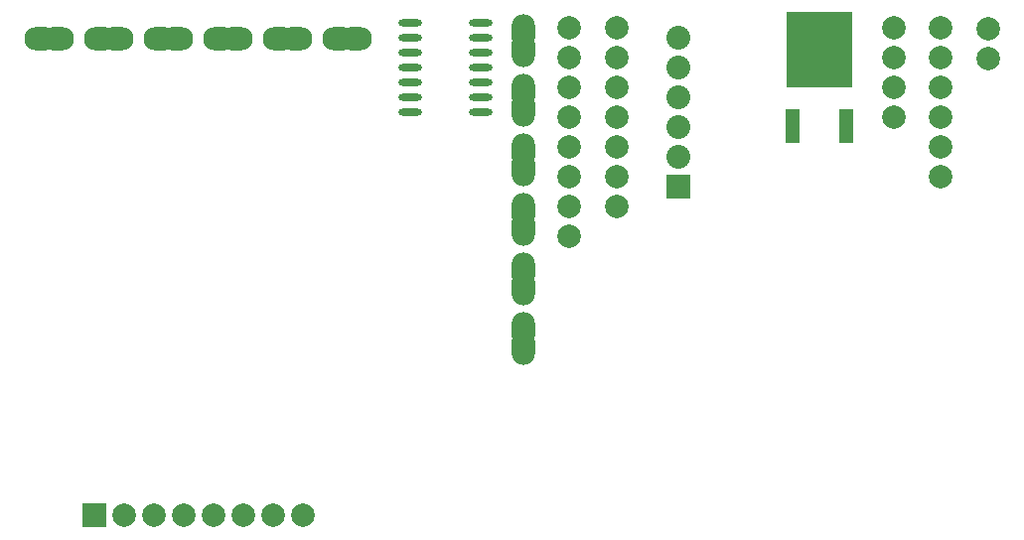
<source format=gtl>
G04*
G04 #@! TF.GenerationSoftware,Altium Limited,Altium Designer,22.5.1 (42)*
G04*
G04 Layer_Physical_Order=1*
G04 Layer_Color=255*
%FSLAX44Y44*%
%MOMM*%
G71*
G04*
G04 #@! TF.SameCoordinates,428DBBA7-CA38-4E35-A069-69FE0EE86696*
G04*
G04*
G04 #@! TF.FilePolarity,Positive*
G04*
G01*
G75*
%ADD15R,5.5500X6.4000*%
%ADD16R,1.2500X3.0000*%
%ADD17O,2.0000X0.6000*%
%ADD27C,2.0000*%
%ADD28R,2.0320X2.0320*%
%ADD29C,2.0320*%
%ADD30O,2.0000X3.0000*%
%ADD31O,2.8000X2.0000*%
%ADD32R,2.0000X2.0000*%
D15*
X-3048Y210366D02*
D03*
D16*
X19852Y145866D02*
D03*
X-25948D02*
D03*
D17*
X-351568Y233856D02*
D03*
Y221156D02*
D03*
Y208456D02*
D03*
Y195756D02*
D03*
Y183056D02*
D03*
Y170356D02*
D03*
Y157656D02*
D03*
X-292068Y221156D02*
D03*
Y208456D02*
D03*
Y195756D02*
D03*
Y183056D02*
D03*
Y170356D02*
D03*
Y157656D02*
D03*
Y233856D02*
D03*
D27*
X140462Y203376D02*
D03*
Y228776D02*
D03*
X99822Y229086D02*
D03*
Y203686D02*
D03*
Y178286D02*
D03*
Y152886D02*
D03*
Y127486D02*
D03*
Y102086D02*
D03*
X60452Y229086D02*
D03*
Y203686D02*
D03*
Y178286D02*
D03*
Y152886D02*
D03*
X-175768Y76686D02*
D03*
Y102086D02*
D03*
Y127486D02*
D03*
Y152886D02*
D03*
Y178286D02*
D03*
Y203686D02*
D03*
Y229086D02*
D03*
X-216408D02*
D03*
Y203686D02*
D03*
Y178286D02*
D03*
Y152886D02*
D03*
Y127486D02*
D03*
Y102086D02*
D03*
Y76686D02*
D03*
Y51286D02*
D03*
X-596138Y-186514D02*
D03*
X-443738D02*
D03*
X-519938D02*
D03*
X-545338D02*
D03*
X-570738D02*
D03*
X-469138D02*
D03*
X-494538D02*
D03*
D28*
X-123698Y94156D02*
D03*
D29*
Y119556D02*
D03*
Y195756D02*
D03*
Y170356D02*
D03*
Y144956D02*
D03*
Y221156D02*
D03*
D30*
X-255778Y-42984D02*
D03*
Y-27784D02*
D03*
Y7816D02*
D03*
Y23016D02*
D03*
Y58616D02*
D03*
Y73816D02*
D03*
Y109416D02*
D03*
Y124616D02*
D03*
Y160216D02*
D03*
Y175416D02*
D03*
Y211016D02*
D03*
Y226216D02*
D03*
D31*
X-652438Y219886D02*
D03*
X-666838D02*
D03*
X-500038D02*
D03*
X-449238D02*
D03*
X-463638D02*
D03*
X-616038D02*
D03*
X-601638D02*
D03*
X-550838D02*
D03*
X-565238D02*
D03*
X-514438D02*
D03*
X-398438D02*
D03*
X-412838D02*
D03*
D32*
X-621538Y-186514D02*
D03*
M02*

</source>
